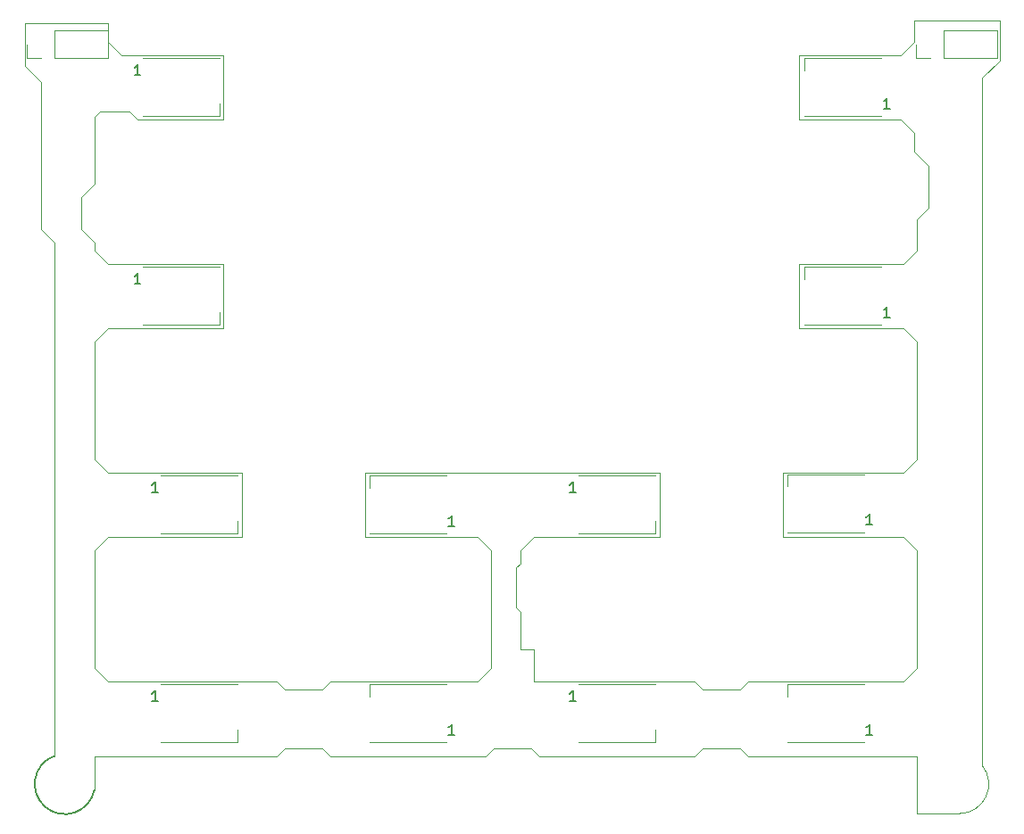
<source format=gbr>
G04 #@! TF.GenerationSoftware,KiCad,Pcbnew,(5.1.5)-3*
G04 #@! TF.CreationDate,2020-06-30T23:52:34-07:00*
G04 #@! TF.ProjectId,daughter,64617567-6874-4657-922e-6b696361645f,rev?*
G04 #@! TF.SameCoordinates,Original*
G04 #@! TF.FileFunction,Legend,Top*
G04 #@! TF.FilePolarity,Positive*
%FSLAX46Y46*%
G04 Gerber Fmt 4.6, Leading zero omitted, Abs format (unit mm)*
G04 Created by KiCad (PCBNEW (5.1.5)-3) date 2020-06-30 23:52:34*
%MOMM*%
%LPD*%
G04 APERTURE LIST*
%ADD10C,0.050000*%
%ADD11C,0.120000*%
%ADD12C,0.150000*%
G04 APERTURE END LIST*
D10*
X143510000Y-186690000D02*
X159512000Y-186690000D01*
X139192000Y-185928000D02*
X138430000Y-186690000D01*
X142748000Y-185928000D02*
X139192000Y-185928000D01*
X143510000Y-186690000D02*
X142748000Y-185928000D01*
X74930000Y-121158000D02*
X74930000Y-117094000D01*
X76454000Y-122682000D02*
X74930000Y-121158000D01*
X76454000Y-136652000D02*
X76454000Y-122682000D01*
X77724000Y-137922000D02*
X76454000Y-136652000D01*
X77724000Y-137922000D02*
X77724001Y-186690001D01*
X81534000Y-186690000D02*
X81536221Y-189928213D01*
X98806000Y-186690000D02*
X81534000Y-186690000D01*
X99568000Y-185928000D02*
X98806000Y-186690000D01*
X103124000Y-185928000D02*
X99568000Y-185928000D01*
X103886000Y-186690000D02*
X103124000Y-185928000D01*
X118618000Y-186690000D02*
X103886000Y-186690000D01*
X119380000Y-185928000D02*
X118618000Y-186690000D01*
X122936000Y-185928000D02*
X119380000Y-185928000D01*
X123698000Y-186690000D02*
X122936000Y-185928000D01*
X138430000Y-186690000D02*
X123698000Y-186690000D01*
X159512000Y-192151000D02*
X159512000Y-186690000D01*
X159512000Y-192151000D02*
X163576000Y-192151000D01*
X165735000Y-122301000D02*
X165735000Y-187579000D01*
X167386000Y-120650000D02*
X165735000Y-122301000D01*
X167386000Y-116840000D02*
X167386000Y-120650000D01*
X159258000Y-116840000D02*
X167386000Y-116840000D01*
X159258000Y-118872000D02*
X159258000Y-116840000D01*
X157988000Y-120142000D02*
X159258000Y-118872000D01*
X148336000Y-120142000D02*
X157988000Y-120142000D01*
X148336000Y-126238000D02*
X148336000Y-120142000D01*
X157988000Y-126238000D02*
X148336000Y-126238000D01*
X159258000Y-127508000D02*
X157988000Y-126238000D01*
X159258000Y-129286000D02*
X159258000Y-127508000D01*
X160655000Y-130683000D02*
X159258000Y-129286000D01*
X160655000Y-134620000D02*
X160655000Y-130683000D01*
X159512000Y-135763000D02*
X160655000Y-134620000D01*
X159512000Y-138684000D02*
X159512000Y-135763000D01*
X158242000Y-139954000D02*
X159512000Y-138684000D01*
X148336000Y-139954000D02*
X158242000Y-139954000D01*
X148336000Y-146050000D02*
X148336000Y-139954000D01*
X158242000Y-146050000D02*
X148336000Y-146050000D01*
X159512000Y-147320000D02*
X158242000Y-146050000D01*
X159512000Y-158496000D02*
X159512000Y-147320000D01*
X158242000Y-159766000D02*
X159512000Y-158496000D01*
X146812000Y-159766000D02*
X158242000Y-159766000D01*
X146812000Y-165862000D02*
X146812000Y-159766000D01*
X158242000Y-165862000D02*
X146812000Y-165862000D01*
X159512000Y-167132000D02*
X158242000Y-165862000D01*
X159512000Y-178308000D02*
X159512000Y-167132000D01*
X158242000Y-179578000D02*
X159512000Y-178308000D01*
X143510000Y-179578000D02*
X158242000Y-179578000D01*
X142748000Y-180340000D02*
X143510000Y-179578000D01*
X139192000Y-180340000D02*
X142748000Y-180340000D01*
X138430000Y-179578000D02*
X139192000Y-180340000D01*
X123190000Y-179578000D02*
X138430000Y-179578000D01*
X123190000Y-176530000D02*
X123190000Y-179578000D01*
X121920000Y-176530000D02*
X123190000Y-176530000D01*
X121920000Y-172974000D02*
X121920000Y-176530000D01*
X121539000Y-172593000D02*
X121920000Y-172974000D01*
X121539000Y-168783000D02*
X121539000Y-172593000D01*
X121920000Y-168402000D02*
X121539000Y-168783000D01*
X121920000Y-167132000D02*
X121920000Y-168402000D01*
X123190000Y-165862000D02*
X121920000Y-167132000D01*
X135128000Y-165862000D02*
X123190000Y-165862000D01*
X135128000Y-159766000D02*
X135128000Y-165862000D01*
X107188000Y-159766000D02*
X135128000Y-159766000D01*
X107188000Y-165862000D02*
X107188000Y-159766000D01*
X117856000Y-165862000D02*
X107188000Y-165862000D01*
X119126000Y-167132000D02*
X117856000Y-165862000D01*
X119126000Y-178308000D02*
X119126000Y-167132000D01*
X117856000Y-179578000D02*
X119126000Y-178308000D01*
X103886000Y-179578000D02*
X117856000Y-179578000D01*
X103124000Y-180340000D02*
X103886000Y-179578000D01*
X99568000Y-180340000D02*
X103124000Y-180340000D01*
X98806000Y-179578000D02*
X99568000Y-180340000D01*
X82804000Y-179578000D02*
X98806000Y-179578000D01*
X81534000Y-178308000D02*
X82804000Y-179578000D01*
X81534000Y-167132000D02*
X81534000Y-178308000D01*
X82804000Y-165862000D02*
X81534000Y-167132000D01*
X95504000Y-165862000D02*
X82804000Y-165862000D01*
X95504000Y-159766000D02*
X95504000Y-165862000D01*
X82804000Y-159766000D02*
X95504000Y-159766000D01*
X81534000Y-158496000D02*
X82804000Y-159766000D01*
X81534000Y-147320000D02*
X81534000Y-158496000D01*
X82804000Y-146050000D02*
X81534000Y-147320000D01*
X93726000Y-146050000D02*
X82804000Y-146050000D01*
X93726000Y-139954000D02*
X93726000Y-146050000D01*
X82804000Y-139954000D02*
X93726000Y-139954000D01*
X81534000Y-138684000D02*
X82804000Y-139954000D01*
X81534000Y-137922000D02*
X81534000Y-138684000D01*
X80264000Y-136652000D02*
X81534000Y-137922000D01*
X80264000Y-133604000D02*
X80264000Y-136652000D01*
X81534000Y-132334000D02*
X80264000Y-133604000D01*
X81534000Y-125984000D02*
X81534000Y-132334000D01*
X82042000Y-125476000D02*
X81534000Y-125984000D01*
X84836000Y-125476000D02*
X82042000Y-125476000D01*
X85598000Y-126238000D02*
X84836000Y-125476000D01*
X93726000Y-126238000D02*
X85598000Y-126238000D01*
X93726000Y-120142000D02*
X93726000Y-126238000D01*
X84074000Y-120142000D02*
X93726000Y-120142000D01*
X82804000Y-118872000D02*
X84074000Y-120142000D01*
X82804000Y-117094000D02*
X82804000Y-118872000D01*
X74930000Y-117094000D02*
X82804000Y-117094000D01*
D11*
X165731919Y-187579797D02*
G75*
G02X163576000Y-192151000I-2155919J-1777203D01*
G01*
D12*
X81536221Y-189928213D02*
G75*
G02X77724001Y-186690001I-2796221J571213D01*
G01*
D11*
X87790000Y-179876000D02*
X95090000Y-179876000D01*
X87790000Y-185376000D02*
X95090000Y-185376000D01*
X95090000Y-185376000D02*
X95090000Y-184226000D01*
X95090000Y-165564000D02*
X95090000Y-164414000D01*
X87790000Y-165564000D02*
X95090000Y-165564000D01*
X87790000Y-160064000D02*
X95090000Y-160064000D01*
X86139000Y-140252000D02*
X93439000Y-140252000D01*
X86139000Y-145752000D02*
X93439000Y-145752000D01*
X93439000Y-145752000D02*
X93439000Y-144602000D01*
X86139000Y-120440000D02*
X93439000Y-120440000D01*
X86139000Y-125940000D02*
X93439000Y-125940000D01*
X93439000Y-125940000D02*
X93439000Y-124790000D01*
X134714000Y-185376000D02*
X134714000Y-184226000D01*
X127414000Y-185376000D02*
X134714000Y-185376000D01*
X127414000Y-179876000D02*
X134714000Y-179876000D01*
X134714000Y-165564000D02*
X134714000Y-164414000D01*
X127414000Y-165564000D02*
X134714000Y-165564000D01*
X127414000Y-160064000D02*
X134714000Y-160064000D01*
X114902000Y-165564000D02*
X107602000Y-165564000D01*
X114902000Y-160064000D02*
X107602000Y-160064000D01*
X107602000Y-160064000D02*
X107602000Y-161214000D01*
X114902000Y-185376000D02*
X107602000Y-185376000D01*
X114902000Y-179876000D02*
X107602000Y-179876000D01*
X107602000Y-179876000D02*
X107602000Y-181026000D01*
X148877000Y-120440000D02*
X148877000Y-121590000D01*
X156177000Y-120440000D02*
X148877000Y-120440000D01*
X156177000Y-125940000D02*
X148877000Y-125940000D01*
X148877000Y-140252000D02*
X148877000Y-141402000D01*
X156177000Y-140252000D02*
X148877000Y-140252000D01*
X156177000Y-145752000D02*
X148877000Y-145752000D01*
X154526000Y-165437000D02*
X147226000Y-165437000D01*
X154526000Y-159937000D02*
X147226000Y-159937000D01*
X147226000Y-159937000D02*
X147226000Y-161087000D01*
X147226000Y-179876000D02*
X147226000Y-181026000D01*
X154526000Y-179876000D02*
X147226000Y-179876000D01*
X154526000Y-185376000D02*
X147226000Y-185376000D01*
X82864000Y-120456000D02*
X82864000Y-117796000D01*
X77724000Y-120456000D02*
X82864000Y-120456000D01*
X77724000Y-117796000D02*
X82864000Y-117796000D01*
X77724000Y-120456000D02*
X77724000Y-117796000D01*
X76454000Y-120456000D02*
X75124000Y-120456000D01*
X75124000Y-120456000D02*
X75124000Y-119126000D01*
X167192000Y-120456000D02*
X167192000Y-117796000D01*
X162052000Y-120456000D02*
X167192000Y-120456000D01*
X162052000Y-117796000D02*
X167192000Y-117796000D01*
X162052000Y-120456000D02*
X162052000Y-117796000D01*
X160782000Y-120456000D02*
X159452000Y-120456000D01*
X159452000Y-120456000D02*
X159452000Y-119126000D01*
D12*
X87575714Y-181478380D02*
X87004285Y-181478380D01*
X87290000Y-181478380D02*
X87290000Y-180478380D01*
X87194761Y-180621238D01*
X87099523Y-180716476D01*
X87004285Y-180764095D01*
X87575714Y-161666380D02*
X87004285Y-161666380D01*
X87290000Y-161666380D02*
X87290000Y-160666380D01*
X87194761Y-160809238D01*
X87099523Y-160904476D01*
X87004285Y-160952095D01*
X85924714Y-141854380D02*
X85353285Y-141854380D01*
X85639000Y-141854380D02*
X85639000Y-140854380D01*
X85543761Y-140997238D01*
X85448523Y-141092476D01*
X85353285Y-141140095D01*
X85924714Y-122042380D02*
X85353285Y-122042380D01*
X85639000Y-122042380D02*
X85639000Y-121042380D01*
X85543761Y-121185238D01*
X85448523Y-121280476D01*
X85353285Y-121328095D01*
X127199714Y-181478380D02*
X126628285Y-181478380D01*
X126914000Y-181478380D02*
X126914000Y-180478380D01*
X126818761Y-180621238D01*
X126723523Y-180716476D01*
X126628285Y-180764095D01*
X127199714Y-161666380D02*
X126628285Y-161666380D01*
X126914000Y-161666380D02*
X126914000Y-160666380D01*
X126818761Y-160809238D01*
X126723523Y-160904476D01*
X126628285Y-160952095D01*
X115687714Y-164866380D02*
X115116285Y-164866380D01*
X115402000Y-164866380D02*
X115402000Y-163866380D01*
X115306761Y-164009238D01*
X115211523Y-164104476D01*
X115116285Y-164152095D01*
X115687714Y-184678380D02*
X115116285Y-184678380D01*
X115402000Y-184678380D02*
X115402000Y-183678380D01*
X115306761Y-183821238D01*
X115211523Y-183916476D01*
X115116285Y-183964095D01*
X156962714Y-125242380D02*
X156391285Y-125242380D01*
X156677000Y-125242380D02*
X156677000Y-124242380D01*
X156581761Y-124385238D01*
X156486523Y-124480476D01*
X156391285Y-124528095D01*
X156962714Y-145054380D02*
X156391285Y-145054380D01*
X156677000Y-145054380D02*
X156677000Y-144054380D01*
X156581761Y-144197238D01*
X156486523Y-144292476D01*
X156391285Y-144340095D01*
X155311714Y-164739380D02*
X154740285Y-164739380D01*
X155026000Y-164739380D02*
X155026000Y-163739380D01*
X154930761Y-163882238D01*
X154835523Y-163977476D01*
X154740285Y-164025095D01*
X155311714Y-184678380D02*
X154740285Y-184678380D01*
X155026000Y-184678380D02*
X155026000Y-183678380D01*
X154930761Y-183821238D01*
X154835523Y-183916476D01*
X154740285Y-183964095D01*
M02*

</source>
